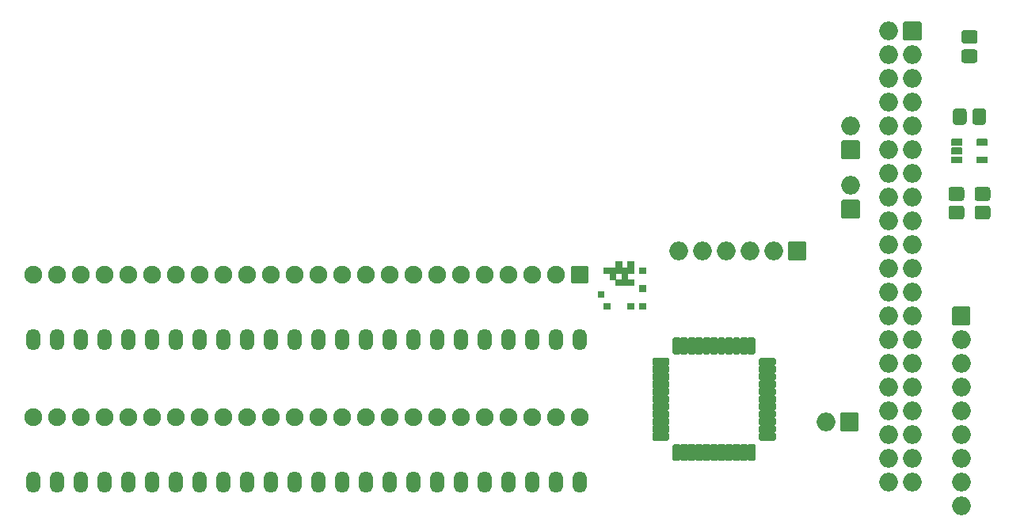
<source format=gbr>
%TF.GenerationSoftware,KiCad,Pcbnew,(5.1.9)-1*%
%TF.CreationDate,2021-05-22T07:09:12+01:00*%
%TF.ProjectId,RGBtoHDMI Amiga Denise DIP CPLD,52474274-6f48-4444-9d49-20416d696761,rev?*%
%TF.SameCoordinates,Original*%
%TF.FileFunction,Soldermask,Top*%
%TF.FilePolarity,Negative*%
%FSLAX46Y46*%
G04 Gerber Fmt 4.6, Leading zero omitted, Abs format (unit mm)*
G04 Created by KiCad (PCBNEW (5.1.9)-1) date 2021-05-22 07:09:12*
%MOMM*%
%LPD*%
G01*
G04 APERTURE LIST*
%ADD10C,0.100000*%
%ADD11O,2.000000X2.000000*%
%ADD12O,1.500000X2.300000*%
%ADD13O,1.900000X1.900000*%
G04 APERTURE END LIST*
D10*
%TO.C,solarmon*%
G36*
X146304000Y-86233000D02*
G01*
X145669000Y-86233000D01*
X145669000Y-85598000D01*
X146304000Y-85598000D01*
X146304000Y-86233000D01*
G37*
X146304000Y-86233000D02*
X145669000Y-86233000D01*
X145669000Y-85598000D01*
X146304000Y-85598000D01*
X146304000Y-86233000D01*
G36*
X145034000Y-88138000D02*
G01*
X144399000Y-88138000D01*
X144399000Y-87503000D01*
X145034000Y-87503000D01*
X145034000Y-88138000D01*
G37*
X145034000Y-88138000D02*
X144399000Y-88138000D01*
X144399000Y-87503000D01*
X145034000Y-87503000D01*
X145034000Y-88138000D01*
G36*
X142494000Y-88138000D02*
G01*
X141859000Y-88138000D01*
X141859000Y-87503000D01*
X142494000Y-87503000D01*
X142494000Y-88138000D01*
G37*
X142494000Y-88138000D02*
X141859000Y-88138000D01*
X141859000Y-87503000D01*
X142494000Y-87503000D01*
X142494000Y-88138000D01*
G36*
X141859000Y-86868000D02*
G01*
X141224000Y-86868000D01*
X141224000Y-86233000D01*
X141859000Y-86233000D01*
X141859000Y-86868000D01*
G37*
X141859000Y-86868000D02*
X141224000Y-86868000D01*
X141224000Y-86233000D01*
X141859000Y-86233000D01*
X141859000Y-86868000D01*
G36*
X142494000Y-84328000D02*
G01*
X141859000Y-84328000D01*
X141859000Y-83693000D01*
X142494000Y-83693000D01*
X142494000Y-84328000D01*
G37*
X142494000Y-84328000D02*
X141859000Y-84328000D01*
X141859000Y-83693000D01*
X142494000Y-83693000D01*
X142494000Y-84328000D01*
G36*
X143129000Y-84328000D02*
G01*
X142494000Y-84328000D01*
X142494000Y-83693000D01*
X143129000Y-83693000D01*
X143129000Y-84328000D01*
G37*
X143129000Y-84328000D02*
X142494000Y-84328000D01*
X142494000Y-83693000D01*
X143129000Y-83693000D01*
X143129000Y-84328000D01*
G36*
X143764000Y-83693000D02*
G01*
X143129000Y-83693000D01*
X143129000Y-83058000D01*
X143764000Y-83058000D01*
X143764000Y-83693000D01*
G37*
X143764000Y-83693000D02*
X143129000Y-83693000D01*
X143129000Y-83058000D01*
X143764000Y-83058000D01*
X143764000Y-83693000D01*
G36*
X143764000Y-84328000D02*
G01*
X143129000Y-84328000D01*
X143129000Y-83693000D01*
X143764000Y-83693000D01*
X143764000Y-84328000D01*
G37*
X143764000Y-84328000D02*
X143129000Y-84328000D01*
X143129000Y-83693000D01*
X143764000Y-83693000D01*
X143764000Y-84328000D01*
G36*
X144399000Y-84328000D02*
G01*
X143764000Y-84328000D01*
X143764000Y-83693000D01*
X144399000Y-83693000D01*
X144399000Y-84328000D01*
G37*
X144399000Y-84328000D02*
X143764000Y-84328000D01*
X143764000Y-83693000D01*
X144399000Y-83693000D01*
X144399000Y-84328000D01*
G36*
X145034000Y-84328000D02*
G01*
X144399000Y-84328000D01*
X144399000Y-83693000D01*
X145034000Y-83693000D01*
X145034000Y-84328000D01*
G37*
X145034000Y-84328000D02*
X144399000Y-84328000D01*
X144399000Y-83693000D01*
X145034000Y-83693000D01*
X145034000Y-84328000D01*
G36*
X145034000Y-83693000D02*
G01*
X144399000Y-83693000D01*
X144399000Y-83058000D01*
X145034000Y-83058000D01*
X145034000Y-83693000D01*
G37*
X145034000Y-83693000D02*
X144399000Y-83693000D01*
X144399000Y-83058000D01*
X145034000Y-83058000D01*
X145034000Y-83693000D01*
G36*
X146304000Y-88138000D02*
G01*
X145669000Y-88138000D01*
X145669000Y-87503000D01*
X146304000Y-87503000D01*
X146304000Y-88138000D01*
G37*
X146304000Y-88138000D02*
X145669000Y-88138000D01*
X145669000Y-87503000D01*
X146304000Y-87503000D01*
X146304000Y-88138000D01*
G36*
X146304000Y-84328000D02*
G01*
X145669000Y-84328000D01*
X145669000Y-83693000D01*
X146304000Y-83693000D01*
X146304000Y-84328000D01*
G37*
X146304000Y-84328000D02*
X145669000Y-84328000D01*
X145669000Y-83693000D01*
X146304000Y-83693000D01*
X146304000Y-84328000D01*
G36*
X143129000Y-84963000D02*
G01*
X142494000Y-84963000D01*
X142494000Y-84328000D01*
X143129000Y-84328000D01*
X143129000Y-84963000D01*
G37*
X143129000Y-84963000D02*
X142494000Y-84963000D01*
X142494000Y-84328000D01*
X143129000Y-84328000D01*
X143129000Y-84963000D01*
G36*
X143764000Y-85598000D02*
G01*
X143129000Y-85598000D01*
X143129000Y-84963000D01*
X143764000Y-84963000D01*
X143764000Y-85598000D01*
G37*
X143764000Y-85598000D02*
X143129000Y-85598000D01*
X143129000Y-84963000D01*
X143764000Y-84963000D01*
X143764000Y-85598000D01*
G36*
X145034000Y-85598000D02*
G01*
X144399000Y-85598000D01*
X144399000Y-84963000D01*
X145034000Y-84963000D01*
X145034000Y-85598000D01*
G37*
X145034000Y-85598000D02*
X144399000Y-85598000D01*
X144399000Y-84963000D01*
X145034000Y-84963000D01*
X145034000Y-85598000D01*
G36*
X144399000Y-85598000D02*
G01*
X143764000Y-85598000D01*
X143764000Y-84963000D01*
X144399000Y-84963000D01*
X144399000Y-85598000D01*
G37*
X144399000Y-85598000D02*
X143764000Y-85598000D01*
X143764000Y-84963000D01*
X144399000Y-84963000D01*
X144399000Y-85598000D01*
G36*
X144399000Y-84963000D02*
G01*
X143764000Y-84963000D01*
X143764000Y-84328000D01*
X144399000Y-84328000D01*
X144399000Y-84963000D01*
G37*
X144399000Y-84963000D02*
X143764000Y-84963000D01*
X143764000Y-84328000D01*
X144399000Y-84328000D01*
X144399000Y-84963000D01*
%TD*%
%TO.C,FFOSD1*%
G36*
G01*
X179086000Y-89750000D02*
X179086000Y-88050000D01*
G75*
G02*
X179236000Y-87900000I150000J0D01*
G01*
X180936000Y-87900000D01*
G75*
G02*
X181086000Y-88050000I0J-150000D01*
G01*
X181086000Y-89750000D01*
G75*
G02*
X180936000Y-89900000I-150000J0D01*
G01*
X179236000Y-89900000D01*
G75*
G02*
X179086000Y-89750000I0J150000D01*
G01*
G37*
D11*
X180086000Y-91440000D03*
X180086000Y-93980000D03*
X180086000Y-96520000D03*
X180086000Y-99060000D03*
X180086000Y-101600000D03*
X180086000Y-104140000D03*
X180086000Y-106680000D03*
X180086000Y-109220000D03*
%TD*%
%TO.C,BT3*%
X168275000Y-68580000D03*
G36*
G01*
X169275000Y-70270000D02*
X169275000Y-71970000D01*
G75*
G02*
X169125000Y-72120000I-150000J0D01*
G01*
X167425000Y-72120000D01*
G75*
G02*
X167275000Y-71970000I0J150000D01*
G01*
X167275000Y-70270000D01*
G75*
G02*
X167425000Y-70120000I150000J0D01*
G01*
X169125000Y-70120000D01*
G75*
G02*
X169275000Y-70270000I0J-150000D01*
G01*
G37*
%TD*%
%TO.C,BT2*%
X168275000Y-74930000D03*
G36*
G01*
X169275000Y-76620000D02*
X169275000Y-78320000D01*
G75*
G02*
X169125000Y-78470000I-150000J0D01*
G01*
X167425000Y-78470000D01*
G75*
G02*
X167275000Y-78320000I0J150000D01*
G01*
X167275000Y-76620000D01*
G75*
G02*
X167425000Y-76470000I150000J0D01*
G01*
X169125000Y-76470000D01*
G75*
G02*
X169275000Y-76620000I0J-150000D01*
G01*
G37*
%TD*%
%TO.C,C5*%
G36*
G01*
X180675000Y-67002829D02*
X180675000Y-68125171D01*
G75*
G02*
X180361171Y-68439000I-313829J0D01*
G01*
X179513829Y-68439000D01*
G75*
G02*
X179200000Y-68125171I0J313829D01*
G01*
X179200000Y-67002829D01*
G75*
G02*
X179513829Y-66689000I313829J0D01*
G01*
X180361171Y-66689000D01*
G75*
G02*
X180675000Y-67002829I0J-313829D01*
G01*
G37*
G36*
G01*
X182750000Y-67002829D02*
X182750000Y-68125171D01*
G75*
G02*
X182436171Y-68439000I-313829J0D01*
G01*
X181588829Y-68439000D01*
G75*
G02*
X181275000Y-68125171I0J313829D01*
G01*
X181275000Y-67002829D01*
G75*
G02*
X181588829Y-66689000I313829J0D01*
G01*
X182436171Y-66689000D01*
G75*
G02*
X182750000Y-67002829I0J-313829D01*
G01*
G37*
%TD*%
%TO.C,U2*%
G36*
G01*
X181800000Y-69927000D02*
X182850000Y-69927000D01*
G75*
G02*
X182920000Y-69997000I0J-70000D01*
G01*
X182920000Y-70597000D01*
G75*
G02*
X182850000Y-70667000I-70000J0D01*
G01*
X181800000Y-70667000D01*
G75*
G02*
X181730000Y-70597000I0J70000D01*
G01*
X181730000Y-69997000D01*
G75*
G02*
X181800000Y-69927000I70000J0D01*
G01*
G37*
G36*
G01*
X181800000Y-71827000D02*
X182850000Y-71827000D01*
G75*
G02*
X182920000Y-71897000I0J-70000D01*
G01*
X182920000Y-72497000D01*
G75*
G02*
X182850000Y-72567000I-70000J0D01*
G01*
X181800000Y-72567000D01*
G75*
G02*
X181730000Y-72497000I0J70000D01*
G01*
X181730000Y-71897000D01*
G75*
G02*
X181800000Y-71827000I70000J0D01*
G01*
G37*
G36*
G01*
X179100000Y-71827000D02*
X180150000Y-71827000D01*
G75*
G02*
X180220000Y-71897000I0J-70000D01*
G01*
X180220000Y-72497000D01*
G75*
G02*
X180150000Y-72567000I-70000J0D01*
G01*
X179100000Y-72567000D01*
G75*
G02*
X179030000Y-72497000I0J70000D01*
G01*
X179030000Y-71897000D01*
G75*
G02*
X179100000Y-71827000I70000J0D01*
G01*
G37*
G36*
G01*
X179100000Y-70877000D02*
X180150000Y-70877000D01*
G75*
G02*
X180220000Y-70947000I0J-70000D01*
G01*
X180220000Y-71547000D01*
G75*
G02*
X180150000Y-71617000I-70000J0D01*
G01*
X179100000Y-71617000D01*
G75*
G02*
X179030000Y-71547000I0J70000D01*
G01*
X179030000Y-70947000D01*
G75*
G02*
X179100000Y-70877000I70000J0D01*
G01*
G37*
G36*
G01*
X179100000Y-69927000D02*
X180150000Y-69927000D01*
G75*
G02*
X180220000Y-69997000I0J-70000D01*
G01*
X180220000Y-70597000D01*
G75*
G02*
X180150000Y-70667000I-70000J0D01*
G01*
X179100000Y-70667000D01*
G75*
G02*
X179030000Y-70597000I0J70000D01*
G01*
X179030000Y-69997000D01*
G75*
G02*
X179100000Y-69927000I70000J0D01*
G01*
G37*
%TD*%
%TO.C,R5*%
G36*
G01*
X182909502Y-76585000D02*
X181834498Y-76585000D01*
G75*
G02*
X181522000Y-76272502I0J312498D01*
G01*
X181522000Y-75397498D01*
G75*
G02*
X181834498Y-75085000I312498J0D01*
G01*
X182909502Y-75085000D01*
G75*
G02*
X183222000Y-75397498I0J-312498D01*
G01*
X183222000Y-76272502D01*
G75*
G02*
X182909502Y-76585000I-312498J0D01*
G01*
G37*
G36*
G01*
X182909502Y-78585000D02*
X181834498Y-78585000D01*
G75*
G02*
X181522000Y-78272502I0J312498D01*
G01*
X181522000Y-77397498D01*
G75*
G02*
X181834498Y-77085000I312498J0D01*
G01*
X182909502Y-77085000D01*
G75*
G02*
X183222000Y-77397498I0J-312498D01*
G01*
X183222000Y-78272502D01*
G75*
G02*
X182909502Y-78585000I-312498J0D01*
G01*
G37*
%TD*%
%TO.C,R4*%
G36*
G01*
X179040498Y-77085000D02*
X180115502Y-77085000D01*
G75*
G02*
X180428000Y-77397498I0J-312498D01*
G01*
X180428000Y-78272502D01*
G75*
G02*
X180115502Y-78585000I-312498J0D01*
G01*
X179040498Y-78585000D01*
G75*
G02*
X178728000Y-78272502I0J312498D01*
G01*
X178728000Y-77397498D01*
G75*
G02*
X179040498Y-77085000I312498J0D01*
G01*
G37*
G36*
G01*
X179040498Y-75085000D02*
X180115502Y-75085000D01*
G75*
G02*
X180428000Y-75397498I0J-312498D01*
G01*
X180428000Y-76272502D01*
G75*
G02*
X180115502Y-76585000I-312498J0D01*
G01*
X179040498Y-76585000D01*
G75*
G02*
X178728000Y-76272502I0J312498D01*
G01*
X178728000Y-75397498D01*
G75*
G02*
X179040498Y-75085000I312498J0D01*
G01*
G37*
%TD*%
%TO.C,JTAG1*%
X149860000Y-81915000D03*
X152400000Y-81915000D03*
X154940000Y-81915000D03*
X157480000Y-81915000D03*
X160020000Y-81915000D03*
G36*
G01*
X161710000Y-80915000D02*
X163410000Y-80915000D01*
G75*
G02*
X163560000Y-81065000I0J-150000D01*
G01*
X163560000Y-82765000D01*
G75*
G02*
X163410000Y-82915000I-150000J0D01*
G01*
X161710000Y-82915000D01*
G75*
G02*
X161560000Y-82765000I0J150000D01*
G01*
X161560000Y-81065000D01*
G75*
G02*
X161710000Y-80915000I150000J0D01*
G01*
G37*
%TD*%
%TO.C,C1*%
G36*
G01*
X180413829Y-60371000D02*
X181536171Y-60371000D01*
G75*
G02*
X181850000Y-60684829I0J-313829D01*
G01*
X181850000Y-61532171D01*
G75*
G02*
X181536171Y-61846000I-313829J0D01*
G01*
X180413829Y-61846000D01*
G75*
G02*
X180100000Y-61532171I0J313829D01*
G01*
X180100000Y-60684829D01*
G75*
G02*
X180413829Y-60371000I313829J0D01*
G01*
G37*
G36*
G01*
X180413829Y-58296000D02*
X181536171Y-58296000D01*
G75*
G02*
X181850000Y-58609829I0J-313829D01*
G01*
X181850000Y-59457171D01*
G75*
G02*
X181536171Y-59771000I-313829J0D01*
G01*
X180413829Y-59771000D01*
G75*
G02*
X180100000Y-59457171I0J313829D01*
G01*
X180100000Y-58609829D01*
G75*
G02*
X180413829Y-58296000I313829J0D01*
G01*
G37*
%TD*%
%TO.C,U1*%
G36*
G01*
X148870000Y-101515000D02*
X148870000Y-102065000D01*
G75*
G02*
X148720000Y-102215000I-150000J0D01*
G01*
X147220000Y-102215000D01*
G75*
G02*
X147070000Y-102065000I0J150000D01*
G01*
X147070000Y-101515000D01*
G75*
G02*
X147220000Y-101365000I150000J0D01*
G01*
X148720000Y-101365000D01*
G75*
G02*
X148870000Y-101515000I0J-150000D01*
G01*
G37*
G36*
G01*
X148870000Y-100715000D02*
X148870000Y-101265000D01*
G75*
G02*
X148720000Y-101415000I-150000J0D01*
G01*
X147220000Y-101415000D01*
G75*
G02*
X147070000Y-101265000I0J150000D01*
G01*
X147070000Y-100715000D01*
G75*
G02*
X147220000Y-100565000I150000J0D01*
G01*
X148720000Y-100565000D01*
G75*
G02*
X148870000Y-100715000I0J-150000D01*
G01*
G37*
G36*
G01*
X148870000Y-99915000D02*
X148870000Y-100465000D01*
G75*
G02*
X148720000Y-100615000I-150000J0D01*
G01*
X147220000Y-100615000D01*
G75*
G02*
X147070000Y-100465000I0J150000D01*
G01*
X147070000Y-99915000D01*
G75*
G02*
X147220000Y-99765000I150000J0D01*
G01*
X148720000Y-99765000D01*
G75*
G02*
X148870000Y-99915000I0J-150000D01*
G01*
G37*
G36*
G01*
X148870000Y-99115000D02*
X148870000Y-99665000D01*
G75*
G02*
X148720000Y-99815000I-150000J0D01*
G01*
X147220000Y-99815000D01*
G75*
G02*
X147070000Y-99665000I0J150000D01*
G01*
X147070000Y-99115000D01*
G75*
G02*
X147220000Y-98965000I150000J0D01*
G01*
X148720000Y-98965000D01*
G75*
G02*
X148870000Y-99115000I0J-150000D01*
G01*
G37*
G36*
G01*
X148870000Y-98315000D02*
X148870000Y-98865000D01*
G75*
G02*
X148720000Y-99015000I-150000J0D01*
G01*
X147220000Y-99015000D01*
G75*
G02*
X147070000Y-98865000I0J150000D01*
G01*
X147070000Y-98315000D01*
G75*
G02*
X147220000Y-98165000I150000J0D01*
G01*
X148720000Y-98165000D01*
G75*
G02*
X148870000Y-98315000I0J-150000D01*
G01*
G37*
G36*
G01*
X148870000Y-97515000D02*
X148870000Y-98065000D01*
G75*
G02*
X148720000Y-98215000I-150000J0D01*
G01*
X147220000Y-98215000D01*
G75*
G02*
X147070000Y-98065000I0J150000D01*
G01*
X147070000Y-97515000D01*
G75*
G02*
X147220000Y-97365000I150000J0D01*
G01*
X148720000Y-97365000D01*
G75*
G02*
X148870000Y-97515000I0J-150000D01*
G01*
G37*
G36*
G01*
X148870000Y-96715000D02*
X148870000Y-97265000D01*
G75*
G02*
X148720000Y-97415000I-150000J0D01*
G01*
X147220000Y-97415000D01*
G75*
G02*
X147070000Y-97265000I0J150000D01*
G01*
X147070000Y-96715000D01*
G75*
G02*
X147220000Y-96565000I150000J0D01*
G01*
X148720000Y-96565000D01*
G75*
G02*
X148870000Y-96715000I0J-150000D01*
G01*
G37*
G36*
G01*
X148870000Y-95915000D02*
X148870000Y-96465000D01*
G75*
G02*
X148720000Y-96615000I-150000J0D01*
G01*
X147220000Y-96615000D01*
G75*
G02*
X147070000Y-96465000I0J150000D01*
G01*
X147070000Y-95915000D01*
G75*
G02*
X147220000Y-95765000I150000J0D01*
G01*
X148720000Y-95765000D01*
G75*
G02*
X148870000Y-95915000I0J-150000D01*
G01*
G37*
G36*
G01*
X148870000Y-95115000D02*
X148870000Y-95665000D01*
G75*
G02*
X148720000Y-95815000I-150000J0D01*
G01*
X147220000Y-95815000D01*
G75*
G02*
X147070000Y-95665000I0J150000D01*
G01*
X147070000Y-95115000D01*
G75*
G02*
X147220000Y-94965000I150000J0D01*
G01*
X148720000Y-94965000D01*
G75*
G02*
X148870000Y-95115000I0J-150000D01*
G01*
G37*
G36*
G01*
X148870000Y-94315000D02*
X148870000Y-94865000D01*
G75*
G02*
X148720000Y-95015000I-150000J0D01*
G01*
X147220000Y-95015000D01*
G75*
G02*
X147070000Y-94865000I0J150000D01*
G01*
X147070000Y-94315000D01*
G75*
G02*
X147220000Y-94165000I150000J0D01*
G01*
X148720000Y-94165000D01*
G75*
G02*
X148870000Y-94315000I0J-150000D01*
G01*
G37*
G36*
G01*
X148870000Y-93515000D02*
X148870000Y-94065000D01*
G75*
G02*
X148720000Y-94215000I-150000J0D01*
G01*
X147220000Y-94215000D01*
G75*
G02*
X147070000Y-94065000I0J150000D01*
G01*
X147070000Y-93515000D01*
G75*
G02*
X147220000Y-93365000I150000J0D01*
G01*
X148720000Y-93365000D01*
G75*
G02*
X148870000Y-93515000I0J-150000D01*
G01*
G37*
G36*
G01*
X149945000Y-92990000D02*
X149395000Y-92990000D01*
G75*
G02*
X149245000Y-92840000I0J150000D01*
G01*
X149245000Y-91340000D01*
G75*
G02*
X149395000Y-91190000I150000J0D01*
G01*
X149945000Y-91190000D01*
G75*
G02*
X150095000Y-91340000I0J-150000D01*
G01*
X150095000Y-92840000D01*
G75*
G02*
X149945000Y-92990000I-150000J0D01*
G01*
G37*
G36*
G01*
X150745000Y-92990000D02*
X150195000Y-92990000D01*
G75*
G02*
X150045000Y-92840000I0J150000D01*
G01*
X150045000Y-91340000D01*
G75*
G02*
X150195000Y-91190000I150000J0D01*
G01*
X150745000Y-91190000D01*
G75*
G02*
X150895000Y-91340000I0J-150000D01*
G01*
X150895000Y-92840000D01*
G75*
G02*
X150745000Y-92990000I-150000J0D01*
G01*
G37*
G36*
G01*
X151545000Y-92990000D02*
X150995000Y-92990000D01*
G75*
G02*
X150845000Y-92840000I0J150000D01*
G01*
X150845000Y-91340000D01*
G75*
G02*
X150995000Y-91190000I150000J0D01*
G01*
X151545000Y-91190000D01*
G75*
G02*
X151695000Y-91340000I0J-150000D01*
G01*
X151695000Y-92840000D01*
G75*
G02*
X151545000Y-92990000I-150000J0D01*
G01*
G37*
G36*
G01*
X152345000Y-92990000D02*
X151795000Y-92990000D01*
G75*
G02*
X151645000Y-92840000I0J150000D01*
G01*
X151645000Y-91340000D01*
G75*
G02*
X151795000Y-91190000I150000J0D01*
G01*
X152345000Y-91190000D01*
G75*
G02*
X152495000Y-91340000I0J-150000D01*
G01*
X152495000Y-92840000D01*
G75*
G02*
X152345000Y-92990000I-150000J0D01*
G01*
G37*
G36*
G01*
X153145000Y-92990000D02*
X152595000Y-92990000D01*
G75*
G02*
X152445000Y-92840000I0J150000D01*
G01*
X152445000Y-91340000D01*
G75*
G02*
X152595000Y-91190000I150000J0D01*
G01*
X153145000Y-91190000D01*
G75*
G02*
X153295000Y-91340000I0J-150000D01*
G01*
X153295000Y-92840000D01*
G75*
G02*
X153145000Y-92990000I-150000J0D01*
G01*
G37*
G36*
G01*
X153945000Y-92990000D02*
X153395000Y-92990000D01*
G75*
G02*
X153245000Y-92840000I0J150000D01*
G01*
X153245000Y-91340000D01*
G75*
G02*
X153395000Y-91190000I150000J0D01*
G01*
X153945000Y-91190000D01*
G75*
G02*
X154095000Y-91340000I0J-150000D01*
G01*
X154095000Y-92840000D01*
G75*
G02*
X153945000Y-92990000I-150000J0D01*
G01*
G37*
G36*
G01*
X154745000Y-92990000D02*
X154195000Y-92990000D01*
G75*
G02*
X154045000Y-92840000I0J150000D01*
G01*
X154045000Y-91340000D01*
G75*
G02*
X154195000Y-91190000I150000J0D01*
G01*
X154745000Y-91190000D01*
G75*
G02*
X154895000Y-91340000I0J-150000D01*
G01*
X154895000Y-92840000D01*
G75*
G02*
X154745000Y-92990000I-150000J0D01*
G01*
G37*
G36*
G01*
X155545000Y-92990000D02*
X154995000Y-92990000D01*
G75*
G02*
X154845000Y-92840000I0J150000D01*
G01*
X154845000Y-91340000D01*
G75*
G02*
X154995000Y-91190000I150000J0D01*
G01*
X155545000Y-91190000D01*
G75*
G02*
X155695000Y-91340000I0J-150000D01*
G01*
X155695000Y-92840000D01*
G75*
G02*
X155545000Y-92990000I-150000J0D01*
G01*
G37*
G36*
G01*
X156345000Y-92990000D02*
X155795000Y-92990000D01*
G75*
G02*
X155645000Y-92840000I0J150000D01*
G01*
X155645000Y-91340000D01*
G75*
G02*
X155795000Y-91190000I150000J0D01*
G01*
X156345000Y-91190000D01*
G75*
G02*
X156495000Y-91340000I0J-150000D01*
G01*
X156495000Y-92840000D01*
G75*
G02*
X156345000Y-92990000I-150000J0D01*
G01*
G37*
G36*
G01*
X157145000Y-92990000D02*
X156595000Y-92990000D01*
G75*
G02*
X156445000Y-92840000I0J150000D01*
G01*
X156445000Y-91340000D01*
G75*
G02*
X156595000Y-91190000I150000J0D01*
G01*
X157145000Y-91190000D01*
G75*
G02*
X157295000Y-91340000I0J-150000D01*
G01*
X157295000Y-92840000D01*
G75*
G02*
X157145000Y-92990000I-150000J0D01*
G01*
G37*
G36*
G01*
X157945000Y-92990000D02*
X157395000Y-92990000D01*
G75*
G02*
X157245000Y-92840000I0J150000D01*
G01*
X157245000Y-91340000D01*
G75*
G02*
X157395000Y-91190000I150000J0D01*
G01*
X157945000Y-91190000D01*
G75*
G02*
X158095000Y-91340000I0J-150000D01*
G01*
X158095000Y-92840000D01*
G75*
G02*
X157945000Y-92990000I-150000J0D01*
G01*
G37*
G36*
G01*
X160270000Y-93515000D02*
X160270000Y-94065000D01*
G75*
G02*
X160120000Y-94215000I-150000J0D01*
G01*
X158620000Y-94215000D01*
G75*
G02*
X158470000Y-94065000I0J150000D01*
G01*
X158470000Y-93515000D01*
G75*
G02*
X158620000Y-93365000I150000J0D01*
G01*
X160120000Y-93365000D01*
G75*
G02*
X160270000Y-93515000I0J-150000D01*
G01*
G37*
G36*
G01*
X160270000Y-94315000D02*
X160270000Y-94865000D01*
G75*
G02*
X160120000Y-95015000I-150000J0D01*
G01*
X158620000Y-95015000D01*
G75*
G02*
X158470000Y-94865000I0J150000D01*
G01*
X158470000Y-94315000D01*
G75*
G02*
X158620000Y-94165000I150000J0D01*
G01*
X160120000Y-94165000D01*
G75*
G02*
X160270000Y-94315000I0J-150000D01*
G01*
G37*
G36*
G01*
X160270000Y-95115000D02*
X160270000Y-95665000D01*
G75*
G02*
X160120000Y-95815000I-150000J0D01*
G01*
X158620000Y-95815000D01*
G75*
G02*
X158470000Y-95665000I0J150000D01*
G01*
X158470000Y-95115000D01*
G75*
G02*
X158620000Y-94965000I150000J0D01*
G01*
X160120000Y-94965000D01*
G75*
G02*
X160270000Y-95115000I0J-150000D01*
G01*
G37*
G36*
G01*
X160270000Y-95915000D02*
X160270000Y-96465000D01*
G75*
G02*
X160120000Y-96615000I-150000J0D01*
G01*
X158620000Y-96615000D01*
G75*
G02*
X158470000Y-96465000I0J150000D01*
G01*
X158470000Y-95915000D01*
G75*
G02*
X158620000Y-95765000I150000J0D01*
G01*
X160120000Y-95765000D01*
G75*
G02*
X160270000Y-95915000I0J-150000D01*
G01*
G37*
G36*
G01*
X160270000Y-96715000D02*
X160270000Y-97265000D01*
G75*
G02*
X160120000Y-97415000I-150000J0D01*
G01*
X158620000Y-97415000D01*
G75*
G02*
X158470000Y-97265000I0J150000D01*
G01*
X158470000Y-96715000D01*
G75*
G02*
X158620000Y-96565000I150000J0D01*
G01*
X160120000Y-96565000D01*
G75*
G02*
X160270000Y-96715000I0J-150000D01*
G01*
G37*
G36*
G01*
X160270000Y-97515000D02*
X160270000Y-98065000D01*
G75*
G02*
X160120000Y-98215000I-150000J0D01*
G01*
X158620000Y-98215000D01*
G75*
G02*
X158470000Y-98065000I0J150000D01*
G01*
X158470000Y-97515000D01*
G75*
G02*
X158620000Y-97365000I150000J0D01*
G01*
X160120000Y-97365000D01*
G75*
G02*
X160270000Y-97515000I0J-150000D01*
G01*
G37*
G36*
G01*
X160270000Y-98315000D02*
X160270000Y-98865000D01*
G75*
G02*
X160120000Y-99015000I-150000J0D01*
G01*
X158620000Y-99015000D01*
G75*
G02*
X158470000Y-98865000I0J150000D01*
G01*
X158470000Y-98315000D01*
G75*
G02*
X158620000Y-98165000I150000J0D01*
G01*
X160120000Y-98165000D01*
G75*
G02*
X160270000Y-98315000I0J-150000D01*
G01*
G37*
G36*
G01*
X160270000Y-99115000D02*
X160270000Y-99665000D01*
G75*
G02*
X160120000Y-99815000I-150000J0D01*
G01*
X158620000Y-99815000D01*
G75*
G02*
X158470000Y-99665000I0J150000D01*
G01*
X158470000Y-99115000D01*
G75*
G02*
X158620000Y-98965000I150000J0D01*
G01*
X160120000Y-98965000D01*
G75*
G02*
X160270000Y-99115000I0J-150000D01*
G01*
G37*
G36*
G01*
X160270000Y-99915000D02*
X160270000Y-100465000D01*
G75*
G02*
X160120000Y-100615000I-150000J0D01*
G01*
X158620000Y-100615000D01*
G75*
G02*
X158470000Y-100465000I0J150000D01*
G01*
X158470000Y-99915000D01*
G75*
G02*
X158620000Y-99765000I150000J0D01*
G01*
X160120000Y-99765000D01*
G75*
G02*
X160270000Y-99915000I0J-150000D01*
G01*
G37*
G36*
G01*
X160270000Y-100715000D02*
X160270000Y-101265000D01*
G75*
G02*
X160120000Y-101415000I-150000J0D01*
G01*
X158620000Y-101415000D01*
G75*
G02*
X158470000Y-101265000I0J150000D01*
G01*
X158470000Y-100715000D01*
G75*
G02*
X158620000Y-100565000I150000J0D01*
G01*
X160120000Y-100565000D01*
G75*
G02*
X160270000Y-100715000I0J-150000D01*
G01*
G37*
G36*
G01*
X160270000Y-101515000D02*
X160270000Y-102065000D01*
G75*
G02*
X160120000Y-102215000I-150000J0D01*
G01*
X158620000Y-102215000D01*
G75*
G02*
X158470000Y-102065000I0J150000D01*
G01*
X158470000Y-101515000D01*
G75*
G02*
X158620000Y-101365000I150000J0D01*
G01*
X160120000Y-101365000D01*
G75*
G02*
X160270000Y-101515000I0J-150000D01*
G01*
G37*
G36*
G01*
X157945000Y-104390000D02*
X157395000Y-104390000D01*
G75*
G02*
X157245000Y-104240000I0J150000D01*
G01*
X157245000Y-102740000D01*
G75*
G02*
X157395000Y-102590000I150000J0D01*
G01*
X157945000Y-102590000D01*
G75*
G02*
X158095000Y-102740000I0J-150000D01*
G01*
X158095000Y-104240000D01*
G75*
G02*
X157945000Y-104390000I-150000J0D01*
G01*
G37*
G36*
G01*
X157145000Y-104390000D02*
X156595000Y-104390000D01*
G75*
G02*
X156445000Y-104240000I0J150000D01*
G01*
X156445000Y-102740000D01*
G75*
G02*
X156595000Y-102590000I150000J0D01*
G01*
X157145000Y-102590000D01*
G75*
G02*
X157295000Y-102740000I0J-150000D01*
G01*
X157295000Y-104240000D01*
G75*
G02*
X157145000Y-104390000I-150000J0D01*
G01*
G37*
G36*
G01*
X156345000Y-104390000D02*
X155795000Y-104390000D01*
G75*
G02*
X155645000Y-104240000I0J150000D01*
G01*
X155645000Y-102740000D01*
G75*
G02*
X155795000Y-102590000I150000J0D01*
G01*
X156345000Y-102590000D01*
G75*
G02*
X156495000Y-102740000I0J-150000D01*
G01*
X156495000Y-104240000D01*
G75*
G02*
X156345000Y-104390000I-150000J0D01*
G01*
G37*
G36*
G01*
X155545000Y-104390000D02*
X154995000Y-104390000D01*
G75*
G02*
X154845000Y-104240000I0J150000D01*
G01*
X154845000Y-102740000D01*
G75*
G02*
X154995000Y-102590000I150000J0D01*
G01*
X155545000Y-102590000D01*
G75*
G02*
X155695000Y-102740000I0J-150000D01*
G01*
X155695000Y-104240000D01*
G75*
G02*
X155545000Y-104390000I-150000J0D01*
G01*
G37*
G36*
G01*
X154745000Y-104390000D02*
X154195000Y-104390000D01*
G75*
G02*
X154045000Y-104240000I0J150000D01*
G01*
X154045000Y-102740000D01*
G75*
G02*
X154195000Y-102590000I150000J0D01*
G01*
X154745000Y-102590000D01*
G75*
G02*
X154895000Y-102740000I0J-150000D01*
G01*
X154895000Y-104240000D01*
G75*
G02*
X154745000Y-104390000I-150000J0D01*
G01*
G37*
G36*
G01*
X153945000Y-104390000D02*
X153395000Y-104390000D01*
G75*
G02*
X153245000Y-104240000I0J150000D01*
G01*
X153245000Y-102740000D01*
G75*
G02*
X153395000Y-102590000I150000J0D01*
G01*
X153945000Y-102590000D01*
G75*
G02*
X154095000Y-102740000I0J-150000D01*
G01*
X154095000Y-104240000D01*
G75*
G02*
X153945000Y-104390000I-150000J0D01*
G01*
G37*
G36*
G01*
X153145000Y-104390000D02*
X152595000Y-104390000D01*
G75*
G02*
X152445000Y-104240000I0J150000D01*
G01*
X152445000Y-102740000D01*
G75*
G02*
X152595000Y-102590000I150000J0D01*
G01*
X153145000Y-102590000D01*
G75*
G02*
X153295000Y-102740000I0J-150000D01*
G01*
X153295000Y-104240000D01*
G75*
G02*
X153145000Y-104390000I-150000J0D01*
G01*
G37*
G36*
G01*
X152345000Y-104390000D02*
X151795000Y-104390000D01*
G75*
G02*
X151645000Y-104240000I0J150000D01*
G01*
X151645000Y-102740000D01*
G75*
G02*
X151795000Y-102590000I150000J0D01*
G01*
X152345000Y-102590000D01*
G75*
G02*
X152495000Y-102740000I0J-150000D01*
G01*
X152495000Y-104240000D01*
G75*
G02*
X152345000Y-104390000I-150000J0D01*
G01*
G37*
G36*
G01*
X151545000Y-104390000D02*
X150995000Y-104390000D01*
G75*
G02*
X150845000Y-104240000I0J150000D01*
G01*
X150845000Y-102740000D01*
G75*
G02*
X150995000Y-102590000I150000J0D01*
G01*
X151545000Y-102590000D01*
G75*
G02*
X151695000Y-102740000I0J-150000D01*
G01*
X151695000Y-104240000D01*
G75*
G02*
X151545000Y-104390000I-150000J0D01*
G01*
G37*
G36*
G01*
X150745000Y-104390000D02*
X150195000Y-104390000D01*
G75*
G02*
X150045000Y-104240000I0J150000D01*
G01*
X150045000Y-102740000D01*
G75*
G02*
X150195000Y-102590000I150000J0D01*
G01*
X150745000Y-102590000D01*
G75*
G02*
X150895000Y-102740000I0J-150000D01*
G01*
X150895000Y-104240000D01*
G75*
G02*
X150745000Y-104390000I-150000J0D01*
G01*
G37*
G36*
G01*
X149945000Y-104390000D02*
X149395000Y-104390000D01*
G75*
G02*
X149245000Y-104240000I0J150000D01*
G01*
X149245000Y-102740000D01*
G75*
G02*
X149395000Y-102590000I150000J0D01*
G01*
X149945000Y-102590000D01*
G75*
G02*
X150095000Y-102740000I0J-150000D01*
G01*
X150095000Y-104240000D01*
G75*
G02*
X149945000Y-104390000I-150000J0D01*
G01*
G37*
%TD*%
D12*
%TO.C,U4*%
X80873600Y-91440000D03*
X80873600Y-106680000D03*
X83413600Y-91440000D03*
X83413600Y-106680000D03*
X85953600Y-91440000D03*
X85953600Y-106680000D03*
X88493600Y-91440000D03*
X88493600Y-106680000D03*
X91033600Y-91440000D03*
X91033600Y-106680000D03*
X93573600Y-91440000D03*
X93573600Y-106680000D03*
X96113600Y-91440000D03*
X96113600Y-106680000D03*
X98653600Y-91440000D03*
X98653600Y-106680000D03*
X101193600Y-91440000D03*
X101193600Y-106680000D03*
X103733600Y-91440000D03*
X103733600Y-106680000D03*
X106273600Y-91440000D03*
X106273600Y-106680000D03*
X108813600Y-91440000D03*
X108813600Y-106680000D03*
X111353600Y-91440000D03*
X111353600Y-106680000D03*
X113893600Y-91440000D03*
X113893600Y-106680000D03*
X116433600Y-91440000D03*
X116433600Y-106680000D03*
X118973600Y-91440000D03*
X118973600Y-106680000D03*
X121513600Y-91440000D03*
X121513600Y-106680000D03*
X124053600Y-91440000D03*
X124053600Y-106680000D03*
X126593600Y-91440000D03*
X126593600Y-106680000D03*
X129133600Y-91440000D03*
X129133600Y-106680000D03*
X131673600Y-91440000D03*
X131673600Y-106680000D03*
X134213600Y-91440000D03*
X134213600Y-106680000D03*
X136753600Y-91440000D03*
X136753600Y-106680000D03*
X139293600Y-91440000D03*
X139293600Y-106680000D03*
%TD*%
D11*
%TO.C,J1*%
X172339000Y-106680000D03*
X174879000Y-106680000D03*
X172339000Y-104140000D03*
X174879000Y-104140000D03*
X172339000Y-101600000D03*
X174879000Y-101600000D03*
X172339000Y-99060000D03*
X174879000Y-99060000D03*
X172339000Y-96520000D03*
X174879000Y-96520000D03*
X172339000Y-93980000D03*
X174879000Y-93980000D03*
X172339000Y-91440000D03*
X174879000Y-91440000D03*
X172339000Y-88900000D03*
X174879000Y-88900000D03*
X172339000Y-86360000D03*
X174879000Y-86360000D03*
X172339000Y-83820000D03*
X174879000Y-83820000D03*
X172339000Y-81280000D03*
X174879000Y-81280000D03*
X172339000Y-78740000D03*
X174879000Y-78740000D03*
X172339000Y-76200000D03*
X174879000Y-76200000D03*
X172339000Y-73660000D03*
X174879000Y-73660000D03*
X172339000Y-71120000D03*
X174879000Y-71120000D03*
X172339000Y-68580000D03*
X174879000Y-68580000D03*
X172339000Y-66040000D03*
X174879000Y-66040000D03*
X172339000Y-63500000D03*
X174879000Y-63500000D03*
X172339000Y-60960000D03*
X174879000Y-60960000D03*
X172339000Y-58420000D03*
G36*
G01*
X173879000Y-59270000D02*
X173879000Y-57570000D01*
G75*
G02*
X174029000Y-57420000I150000J0D01*
G01*
X175729000Y-57420000D01*
G75*
G02*
X175879000Y-57570000I0J-150000D01*
G01*
X175879000Y-59270000D01*
G75*
G02*
X175729000Y-59420000I-150000J0D01*
G01*
X174029000Y-59420000D01*
G75*
G02*
X173879000Y-59270000I0J150000D01*
G01*
G37*
%TD*%
D13*
%TO.C,U3*%
X139315000Y-99695000D03*
X80895000Y-84455000D03*
X136775000Y-99695000D03*
X83435000Y-84455000D03*
X134235000Y-99695000D03*
X85975000Y-84455000D03*
X131695000Y-99695000D03*
X88515000Y-84455000D03*
X129155000Y-99695000D03*
X91055000Y-84455000D03*
X126615000Y-99695000D03*
X93595000Y-84455000D03*
X124075000Y-99695000D03*
X96135000Y-84455000D03*
X121535000Y-99695000D03*
X98675000Y-84455000D03*
X118995000Y-99695000D03*
X101215000Y-84455000D03*
X116455000Y-99695000D03*
X103755000Y-84455000D03*
X113915000Y-99695000D03*
X106295000Y-84455000D03*
X111375000Y-99695000D03*
X108835000Y-84455000D03*
X108835000Y-99695000D03*
X111375000Y-84455000D03*
X106295000Y-99695000D03*
X113915000Y-84455000D03*
X103755000Y-99695000D03*
X116455000Y-84455000D03*
X101215000Y-99695000D03*
X118995000Y-84455000D03*
X98675000Y-99695000D03*
X121535000Y-84455000D03*
X96135000Y-99695000D03*
X124075000Y-84455000D03*
X93595000Y-99695000D03*
X126615000Y-84455000D03*
X91055000Y-99695000D03*
X129155000Y-84455000D03*
X88515000Y-99695000D03*
X131695000Y-84455000D03*
X85975000Y-99695000D03*
X134235000Y-84455000D03*
X83435000Y-99695000D03*
X136775000Y-84455000D03*
X80895000Y-99695000D03*
G36*
G01*
X138515000Y-83505000D02*
X140115000Y-83505000D01*
G75*
G02*
X140265000Y-83655000I0J-150000D01*
G01*
X140265000Y-85255000D01*
G75*
G02*
X140115000Y-85405000I-150000J0D01*
G01*
X138515000Y-85405000D01*
G75*
G02*
X138365000Y-85255000I0J150000D01*
G01*
X138365000Y-83655000D01*
G75*
G02*
X138515000Y-83505000I150000J0D01*
G01*
G37*
%TD*%
D11*
%TO.C,BT1*%
X165608000Y-100203000D03*
G36*
G01*
X167298000Y-99203000D02*
X168998000Y-99203000D01*
G75*
G02*
X169148000Y-99353000I0J-150000D01*
G01*
X169148000Y-101053000D01*
G75*
G02*
X168998000Y-101203000I-150000J0D01*
G01*
X167298000Y-101203000D01*
G75*
G02*
X167148000Y-101053000I0J150000D01*
G01*
X167148000Y-99353000D01*
G75*
G02*
X167298000Y-99203000I150000J0D01*
G01*
G37*
%TD*%
M02*

</source>
